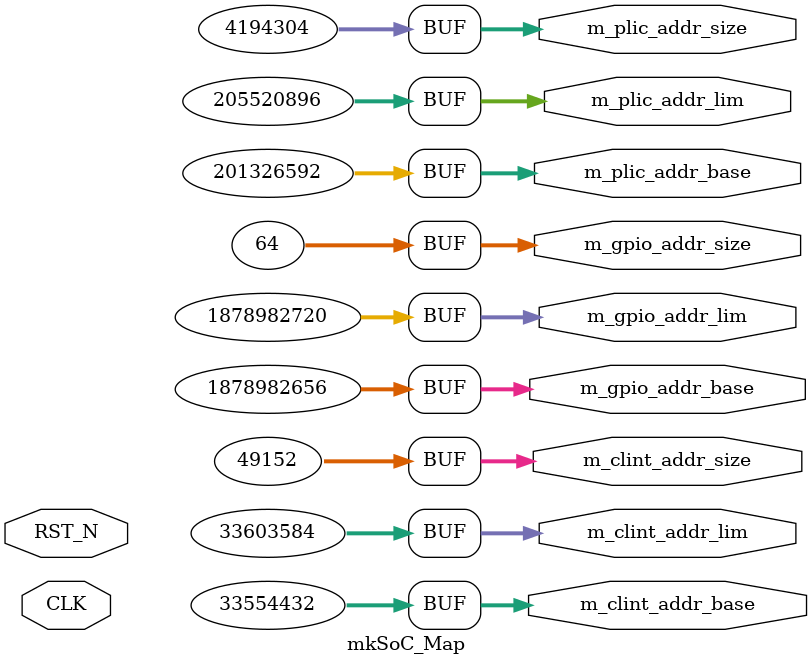
<source format=v>

`ifdef BSV_ASSIGNMENT_DELAY
`else
  `define BSV_ASSIGNMENT_DELAY
`endif

`ifdef BSV_POSITIVE_RESET
  `define BSV_RESET_VALUE 1'b1
  `define BSV_RESET_EDGE posedge
`else
  `define BSV_RESET_VALUE 1'b0
  `define BSV_RESET_EDGE negedge
`endif

module mkSoC_Map(CLK,
		 RST_N,

		 m_gpio_addr_base,

		 m_gpio_addr_size,

		 m_gpio_addr_lim,

		 m_plic_addr_base,

		 m_plic_addr_size,

		 m_plic_addr_lim,

		 m_clint_addr_base,

		 m_clint_addr_size,

		 m_clint_addr_lim);
  input  CLK;
  input  RST_N;

  // value method m_gpio_addr_base
  output [31 : 0] m_gpio_addr_base;

  // value method m_gpio_addr_size
  output [31 : 0] m_gpio_addr_size;

  // value method m_gpio_addr_lim
  output [31 : 0] m_gpio_addr_lim;

  // value method m_plic_addr_base
  output [31 : 0] m_plic_addr_base;

  // value method m_plic_addr_size
  output [31 : 0] m_plic_addr_size;

  // value method m_plic_addr_lim
  output [31 : 0] m_plic_addr_lim;

  // value method m_clint_addr_base
  output [31 : 0] m_clint_addr_base;

  // value method m_clint_addr_size
  output [31 : 0] m_clint_addr_size;

  // value method m_clint_addr_lim
  output [31 : 0] m_clint_addr_lim;

  // signals for module outputs
  wire [31 : 0] m_clint_addr_base,
		m_clint_addr_lim,
		m_clint_addr_size,
		m_gpio_addr_base,
		m_gpio_addr_lim,
		m_gpio_addr_size,
		m_plic_addr_base,
		m_plic_addr_lim,
		m_plic_addr_size;

  // value method m_gpio_addr_base
  assign m_gpio_addr_base = 32'h6FFF0000 ;

  // value method m_gpio_addr_size
  assign m_gpio_addr_size = 32'h00000040 ;

  // value method m_gpio_addr_lim
  assign m_gpio_addr_lim = 32'h6FFF0040 ;

  // value method m_plic_addr_base
  assign m_plic_addr_base = 32'h0C000000 ;

  // value method m_plic_addr_size
  assign m_plic_addr_size = 32'h00400000 ;

  // value method m_plic_addr_lim
  assign m_plic_addr_lim = 32'h0C400000 ;

  // value method m_clint_addr_base
  assign m_clint_addr_base = 32'h02000000 ;

  // value method m_clint_addr_size
  assign m_clint_addr_size = 32'h0000C000 ;

  // value method m_clint_addr_lim
  assign m_clint_addr_lim = 32'h0200C000 ;
endmodule  // mkSoC_Map


</source>
